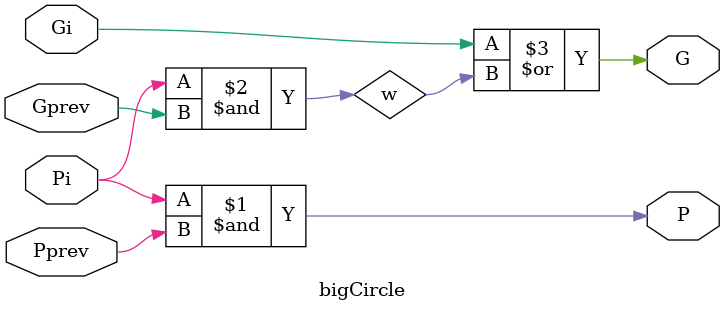
<source format=v>
module bigCircle(
    input Pi,
    input Gi,
    input Pprev,
    input Gprev,
    output P,
    output G
);
	
	wire w;
	
	and and0 (P, Pi, Pprev);
	and and1 (w, Pi, Gprev);
	or or0 (G, Gi, w);
	
endmodule

</source>
